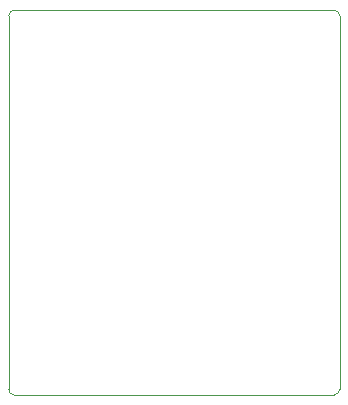
<source format=gbr>
%TF.GenerationSoftware,KiCad,Pcbnew,8.0.3-8.0.3-0~ubuntu23.10.1*%
%TF.CreationDate,2024-08-04T16:00:46-04:00*%
%TF.ProjectId,BandPassFilter,42616e64-5061-4737-9346-696c7465722e,rev?*%
%TF.SameCoordinates,Original*%
%TF.FileFunction,Profile,NP*%
%FSLAX46Y46*%
G04 Gerber Fmt 4.6, Leading zero omitted, Abs format (unit mm)*
G04 Created by KiCad (PCBNEW 8.0.3-8.0.3-0~ubuntu23.10.1) date 2024-08-04 16:00:46*
%MOMM*%
%LPD*%
G01*
G04 APERTURE LIST*
%TA.AperFunction,Profile*%
%ADD10C,0.050000*%
%TD*%
G04 APERTURE END LIST*
D10*
X149000000Y-156300000D02*
X121970000Y-156300000D01*
X121470000Y-155800000D02*
X121470000Y-124200000D01*
X149500000Y-124200000D02*
X149500000Y-155800000D01*
X121970000Y-123700000D02*
X149000000Y-123700000D01*
X121970000Y-156300000D02*
G75*
G02*
X121470000Y-155800000I0J500000D01*
G01*
X149500000Y-155800000D02*
G75*
G02*
X149000000Y-156300000I-500000J0D01*
G01*
X121470000Y-124200000D02*
G75*
G02*
X121970000Y-123700000I500000J0D01*
G01*
X149000000Y-123700000D02*
G75*
G02*
X149500000Y-124200000I0J-500000D01*
G01*
M02*

</source>
